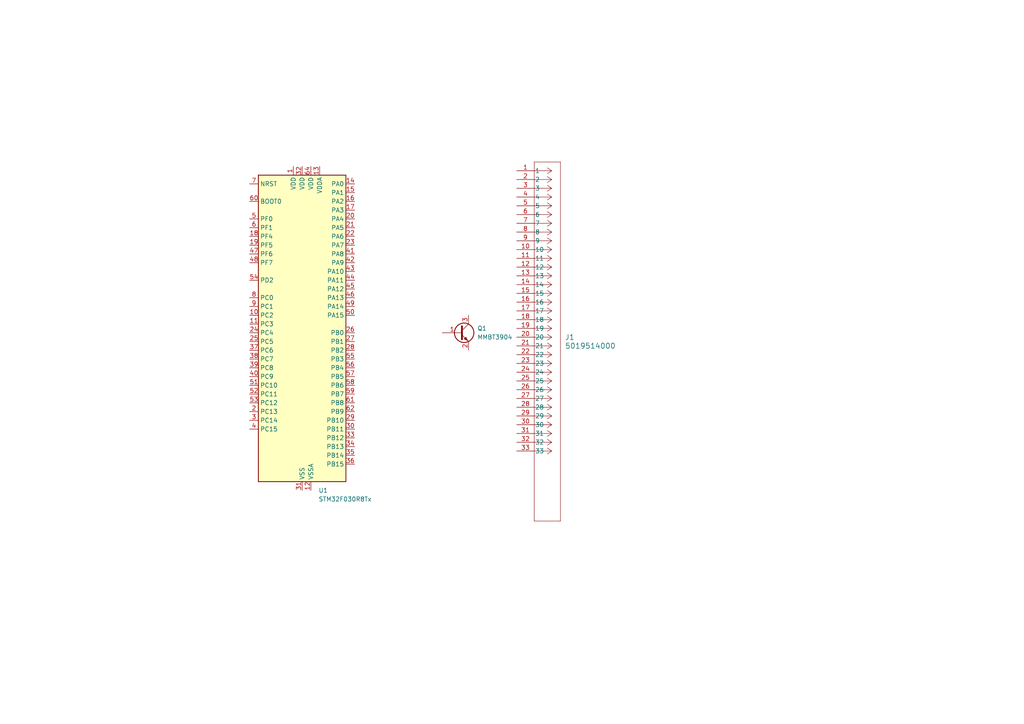
<source format=kicad_sch>
(kicad_sch (version 20230121) (generator eeschema)
  (paper "A4")
  (lib_symbols
    (symbol "Custom_Symbol_Lib:5019514000" (pin_names (offset 0.254))
      (property "Reference" "J" (at 8.89 6.35 0))
      (property "Value" "5019514000" (at 20.32 -6.35 0))
      (symbol "5019514000_1_1"
        (polyline (pts (xy 5.08 -101.6) (xy 12.7 -101.6)) (stroke (width 0.127)))
        (polyline (pts (xy 5.08 2.54) (xy 5.08 -101.6)) (stroke (width 0.127)))
        (polyline (pts (xy 10.16 -81.28) (xy 5.08 -81.28)) (stroke (width 0.127)))
        (polyline (pts (xy 10.16 -81.28) (xy 8.89 -82.1267)) (stroke (width 0.127)))
        (polyline (pts (xy 10.16 -81.28) (xy 8.89 -80.4333)) (stroke (width 0.127)))
        (polyline (pts (xy 10.16 -78.74) (xy 5.08 -78.74)) (stroke (width 0.127)))
        (polyline (pts (xy 10.16 -78.74) (xy 8.89 -79.5867)) (stroke (width 0.127)))
        (polyline (pts (xy 10.16 -78.74) (xy 8.89 -77.8933)) (stroke (width 0.127)))
        (polyline (pts (xy 10.16 -76.2) (xy 5.08 -76.2)) (stroke (width 0.127)))
        (polyline (pts (xy 10.16 -76.2) (xy 8.89 -77.0467)) (stroke (width 0.127)))
        (polyline (pts (xy 10.16 -76.2) (xy 8.89 -75.3533)) (stroke (width 0.127)))
        (polyline (pts (xy 10.16 -73.66) (xy 5.08 -73.66)) (stroke (width 0.127)))
        (polyline (pts (xy 10.16 -73.66) (xy 8.89 -74.5067)) (stroke (width 0.127)))
        (polyline (pts (xy 10.16 -73.66) (xy 8.89 -72.8133)) (stroke (width 0.127)))
        (polyline (pts (xy 10.16 -71.12) (xy 5.08 -71.12)) (stroke (width 0.127)))
        (polyline (pts (xy 10.16 -71.12) (xy 8.89 -71.9667)) (stroke (width 0.127)))
        (polyline (pts (xy 10.16 -71.12) (xy 8.89 -70.2733)) (stroke (width 0.127)))
        (polyline (pts (xy 10.16 -68.58) (xy 5.08 -68.58)) (stroke (width 0.127)))
        (polyline (pts (xy 10.16 -68.58) (xy 8.89 -69.4267)) (stroke (width 0.127)))
        (polyline (pts (xy 10.16 -68.58) (xy 8.89 -67.7333)) (stroke (width 0.127)))
        (polyline (pts (xy 10.16 -66.04) (xy 5.08 -66.04)) (stroke (width 0.127)))
        (polyline (pts (xy 10.16 -66.04) (xy 8.89 -66.8867)) (stroke (width 0.127)))
        (polyline (pts (xy 10.16 -66.04) (xy 8.89 -65.1933)) (stroke (width 0.127)))
        (polyline (pts (xy 10.16 -63.5) (xy 5.08 -63.5)) (stroke (width 0.127)))
        (polyline (pts (xy 10.16 -63.5) (xy 8.89 -64.3467)) (stroke (width 0.127)))
        (polyline (pts (xy 10.16 -63.5) (xy 8.89 -62.6533)) (stroke (width 0.127)))
        (polyline (pts (xy 10.16 -60.96) (xy 5.08 -60.96)) (stroke (width 0.127)))
        (polyline (pts (xy 10.16 -60.96) (xy 8.89 -61.8067)) (stroke (width 0.127)))
        (polyline (pts (xy 10.16 -60.96) (xy 8.89 -60.1133)) (stroke (width 0.127)))
        (polyline (pts (xy 10.16 -58.42) (xy 5.08 -58.42)) (stroke (width 0.127)))
        (polyline (pts (xy 10.16 -58.42) (xy 8.89 -59.2667)) (stroke (width 0.127)))
        (polyline (pts (xy 10.16 -58.42) (xy 8.89 -57.5733)) (stroke (width 0.127)))
        (polyline (pts (xy 10.16 -55.88) (xy 5.08 -55.88)) (stroke (width 0.127)))
        (polyline (pts (xy 10.16 -55.88) (xy 8.89 -56.7267)) (stroke (width 0.127)))
        (polyline (pts (xy 10.16 -55.88) (xy 8.89 -55.0333)) (stroke (width 0.127)))
        (polyline (pts (xy 10.16 -53.34) (xy 5.08 -53.34)) (stroke (width 0.127)))
        (polyline (pts (xy 10.16 -53.34) (xy 8.89 -54.1867)) (stroke (width 0.127)))
        (polyline (pts (xy 10.16 -53.34) (xy 8.89 -52.4933)) (stroke (width 0.127)))
        (polyline (pts (xy 10.16 -50.8) (xy 5.08 -50.8)) (stroke (width 0.127)))
        (polyline (pts (xy 10.16 -50.8) (xy 8.89 -51.6467)) (stroke (width 0.127)))
        (polyline (pts (xy 10.16 -50.8) (xy 8.89 -49.9533)) (stroke (width 0.127)))
        (polyline (pts (xy 10.16 -48.26) (xy 5.08 -48.26)) (stroke (width 0.127)))
        (polyline (pts (xy 10.16 -48.26) (xy 8.89 -49.1067)) (stroke (width 0.127)))
        (polyline (pts (xy 10.16 -48.26) (xy 8.89 -47.4133)) (stroke (width 0.127)))
        (polyline (pts (xy 10.16 -45.72) (xy 5.08 -45.72)) (stroke (width 0.127)))
        (polyline (pts (xy 10.16 -45.72) (xy 8.89 -46.5667)) (stroke (width 0.127)))
        (polyline (pts (xy 10.16 -45.72) (xy 8.89 -44.8733)) (stroke (width 0.127)))
        (polyline (pts (xy 10.16 -43.18) (xy 5.08 -43.18)) (stroke (width 0.127)))
        (polyline (pts (xy 10.16 -43.18) (xy 8.89 -44.0267)) (stroke (width 0.127)))
        (polyline (pts (xy 10.16 -43.18) (xy 8.89 -42.3333)) (stroke (width 0.127)))
        (polyline (pts (xy 10.16 -40.64) (xy 5.08 -40.64)) (stroke (width 0.127)))
        (polyline (pts (xy 10.16 -40.64) (xy 8.89 -41.4867)) (stroke (width 0.127)))
        (polyline (pts (xy 10.16 -40.64) (xy 8.89 -39.7933)) (stroke (width 0.127)))
        (polyline (pts (xy 10.16 -38.1) (xy 5.08 -38.1)) (stroke (width 0.127)))
        (polyline (pts (xy 10.16 -38.1) (xy 8.89 -38.9467)) (stroke (width 0.127)))
        (polyline (pts (xy 10.16 -38.1) (xy 8.89 -37.2533)) (stroke (width 0.127)))
        (polyline (pts (xy 10.16 -35.56) (xy 5.08 -35.56)) (stroke (width 0.127)))
        (polyline (pts (xy 10.16 -35.56) (xy 8.89 -36.4067)) (stroke (width 0.127)))
        (polyline (pts (xy 10.16 -35.56) (xy 8.89 -34.7133)) (stroke (width 0.127)))
        (polyline (pts (xy 10.16 -33.02) (xy 5.08 -33.02)) (stroke (width 0.127)))
        (polyline (pts (xy 10.16 -33.02) (xy 8.89 -33.8667)) (stroke (width 0.127)))
        (polyline (pts (xy 10.16 -33.02) (xy 8.89 -32.1733)) (stroke (width 0.127)))
        (polyline (pts (xy 10.16 -30.48) (xy 5.08 -30.48)) (stroke (width 0.127)))
        (polyline (pts (xy 10.16 -30.48) (xy 8.89 -31.3267)) (stroke (width 0.127)))
        (polyline (pts (xy 10.16 -30.48) (xy 8.89 -29.6333)) (stroke (width 0.127)))
        (polyline (pts (xy 10.16 -27.94) (xy 5.08 -27.94)) (stroke (width 0.127)))
        (polyline (pts (xy 10.16 -27.94) (xy 8.89 -28.7867)) (stroke (width 0.127)))
        (polyline (pts (xy 10.16 -27.94) (xy 8.89 -27.0933)) (stroke (width 0.127)))
        (polyline (pts (xy 10.16 -25.4) (xy 5.08 -25.4)) (stroke (width 0.127)))
        (polyline (pts (xy 10.16 -25.4) (xy 8.89 -26.2467)) (stroke (width 0.127)))
        (polyline (pts (xy 10.16 -25.4) (xy 8.89 -24.5533)) (stroke (width 0.127)))
        (polyline (pts (xy 10.16 -22.86) (xy 5.08 -22.86)) (stroke (width 0.127)))
        (polyline (pts (xy 10.16 -22.86) (xy 8.89 -23.7067)) (stroke (width 0.127)))
        (polyline (pts (xy 10.16 -22.86) (xy 8.89 -22.0133)) (stroke (width 0.127)))
        (polyline (pts (xy 10.16 -20.32) (xy 5.08 -20.32)) (stroke (width 0.127)))
        (polyline (pts (xy 10.16 -20.32) (xy 8.89 -21.1667)) (stroke (width 0.127)))
        (polyline (pts (xy 10.16 -20.32) (xy 8.89 -19.4733)) (stroke (width 0.127)))
        (polyline (pts (xy 10.16 -17.78) (xy 5.08 -17.78)) (stroke (width 0.127)))
        (polyline (pts (xy 10.16 -17.78) (xy 8.89 -18.6267)) (stroke (width 0.127)))
        (polyline (pts (xy 10.16 -17.78) (xy 8.89 -16.9333)) (stroke (width 0.127)))
        (polyline (pts (xy 10.16 -15.24) (xy 5.08 -15.24)) (stroke (width 0.127)))
        (polyline (pts (xy 10.16 -15.24) (xy 8.89 -16.0867)) (stroke (width 0.127)))
        (polyline (pts (xy 10.16 -15.24) (xy 8.89 -14.3933)) (stroke (width 0.127)))
        (polyline (pts (xy 10.16 -12.7) (xy 5.08 -12.7)) (stroke (width 0.127)))
        (polyline (pts (xy 10.16 -12.7) (xy 8.89 -13.5467)) (stroke (width 0.127)))
        (polyline (pts (xy 10.16 -12.7) (xy 8.89 -11.8533)) (stroke (width 0.127)))
        (polyline (pts (xy 10.16 -10.16) (xy 5.08 -10.16)) (stroke (width 0.127)))
        (polyline (pts (xy 10.16 -10.16) (xy 8.89 -11.0067)) (stroke (width 0.127)))
        (polyline (pts (xy 10.16 -10.16) (xy 8.89 -9.3133)) (stroke (width 0.127)))
        (polyline (pts (xy 10.16 -7.62) (xy 5.08 -7.62)) (stroke (width 0.127)))
        (polyline (pts (xy 10.16 -7.62) (xy 8.89 -8.4667)) (stroke (width 0.127)))
        (polyline (pts (xy 10.16 -7.62) (xy 8.89 -6.7733)) (stroke (width 0.127)))
        (polyline (pts (xy 10.16 -5.08) (xy 5.08 -5.08)) (stroke (width 0.127)))
        (polyline (pts (xy 10.16 -5.08) (xy 8.89 -5.9267)) (stroke (width 0.127)))
        (polyline (pts (xy 10.16 -5.08) (xy 8.89 -4.2333)) (stroke (width 0.127)))
        (polyline (pts (xy 10.16 -2.54) (xy 5.08 -2.54)) (stroke (width 0.127)))
        (polyline (pts (xy 10.16 -2.54) (xy 8.89 -3.3867)) (stroke (width 0.127)))
        (polyline (pts (xy 10.16 -2.54) (xy 8.89 -1.6933)) (stroke (width 0.127)))
        (polyline (pts (xy 10.16 0) (xy 5.08 0)) (stroke (width 0.127)))
        (polyline (pts (xy 10.16 0) (xy 8.89 -0.8467)) (stroke (width 0.127)))
        (polyline (pts (xy 10.16 0) (xy 8.89 0.8467)) (stroke (width 0.127)))
        (polyline (pts (xy 12.7 -101.6) (xy 12.7 2.54)) (stroke (width 0.127)))
        (polyline (pts (xy 12.7 2.54) (xy 5.08 2.54)) (stroke (width 0.127)))
        (pin unspecified line (at 0 0 0) (length 5.08) (name "1") (number "1"))
        (pin unspecified line (at 0 -22.86 0) (length 5.08) (name "10") (number "10"))
        (pin unspecified line (at 0 -25.4 0) (length 5.08) (name "11") (number "11"))
        (pin unspecified line (at 0 -27.94 0) (length 5.08) (name "12") (number "12"))
        (pin unspecified line (at 0 -30.48 0) (length 5.08) (name "13") (number "13"))
        (pin unspecified line (at 0 -33.02 0) (length 5.08) (name "14") (number "14"))
        (pin unspecified line (at 0 -35.56 0) (length 5.08) (name "15") (number "15"))
        (pin unspecified line (at 0 -38.1 0) (length 5.08) (name "16") (number "16"))
        (pin unspecified line (at 0 -40.64 0) (length 5.08) (name "17") (number "17"))
        (pin unspecified line (at 0 -43.18 0) (length 5.08) (name "18") (number "18"))
        (pin unspecified line (at 0 -45.72 0) (length 5.08) (name "19") (number "19"))
        (pin unspecified line (at 0 -2.54 0) (length 5.08) (name "2") (number "2"))
        (pin unspecified line (at 0 -48.26 0) (length 5.08) (name "20") (number "20"))
        (pin unspecified line (at 0 -50.8 0) (length 5.08) (name "21") (number "21"))
        (pin unspecified line (at 0 -53.34 0) (length 5.08) (name "22") (number "22"))
        (pin unspecified line (at 0 -55.88 0) (length 5.08) (name "23") (number "23"))
        (pin unspecified line (at 0 -58.42 0) (length 5.08) (name "24") (number "24"))
        (pin unspecified line (at 0 -60.96 0) (length 5.08) (name "25") (number "25"))
        (pin unspecified line (at 0 -63.5 0) (length 5.08) (name "26") (number "26"))
        (pin unspecified line (at 0 -66.04 0) (length 5.08) (name "27") (number "27"))
        (pin unspecified line (at 0 -68.58 0) (length 5.08) (name "28") (number "28"))
        (pin unspecified line (at 0 -71.12 0) (length 5.08) (name "29") (number "29"))
        (pin unspecified line (at 0 -5.08 0) (length 5.08) (name "3") (number "3"))
        (pin unspecified line (at 0 -73.66 0) (length 5.08) (name "30") (number "30"))
        (pin unspecified line (at 0 -76.2 0) (length 5.08) (name "31") (number "31"))
        (pin unspecified line (at 0 -78.74 0) (length 5.08) (name "32") (number "32"))
        (pin unspecified line (at 0 -81.28 0) (length 5.08) (name "33") (number "33"))
        (pin unspecified line (at 0 -7.62 0) (length 5.08) (name "4") (number "4"))
        (pin unspecified line (at 0 -10.16 0) (length 5.08) (name "5") (number "5"))
        (pin unspecified line (at 0 -12.7 0) (length 5.08) (name "6") (number "6"))
        (pin unspecified line (at 0 -15.24 0) (length 5.08) (name "7") (number "7"))
        (pin unspecified line (at 0 -17.78 0) (length 5.08) (name "8") (number "8"))
        (pin unspecified line (at 0 -20.32 0) (length 5.08) (name "9") (number "9"))
      )
      (symbol "5019514000_1_2"
        (polyline (pts (xy 5.08 -101.6) (xy 12.7 -101.6)) (stroke (width 0.127)))
        (polyline (pts (xy 5.08 2.54) (xy 5.08 -101.6)) (stroke (width 0.127)))
        (polyline (pts (xy 7.62 -99.06) (xy 5.08 -99.06)) (stroke (width 0.127)))
        (polyline (pts (xy 7.62 -99.06) (xy 8.89 -99.9067)) (stroke (width 0.127)))
        (polyline (pts (xy 7.62 -99.06) (xy 8.89 -98.2133)) (stroke (width 0.127)))
        (polyline (pts (xy 7.62 -96.52) (xy 5.08 -96.52)) (stroke (width 0.127)))
        (polyline (pts (xy 7.62 -96.52) (xy 8.89 -97.3667)) (stroke (width 0.127)))
        (polyline (pts (xy 7.62 -96.52) (xy 8.89 -95.6733)) (stroke (width 0.127)))
        (polyline (pts (xy 7.62 -93.98) (xy 5.08 -93.98)) (stroke (width 0.127)))
        (polyline (pts (xy 7.62 -93.98) (xy 8.89 -94.8267)) (stroke (width 0.127)))
        (polyline (pts (xy 7.62 -93.98) (xy 8.89 -93.1333)) (stroke (width 0.127)))
        (polyline (pts (xy 7.62 -91.44) (xy 5.08 -91.44)) (stroke (width 0.127)))
        (polyline (pts (xy 7.62 -91.44) (xy 8.89 -92.2867)) (stroke (width 0.127)))
        (polyline (pts (xy 7.62 -91.44) (xy 8.89 -90.5933)) (stroke (width 0.127)))
        (polyline (pts (xy 7.62 -88.9) (xy 5.08 -88.9)) (stroke (width 0.127)))
        (polyline (pts (xy 7.62 -88.9) (xy 8.89 -89.7467)) (stroke (width 0.127)))
        (polyline (pts (xy 7.62 -88.9) (xy 8.89 -88.0533)) (stroke (width 0.127)))
        (polyline (pts (xy 7.62 -86.36) (xy 5.08 -86.36)) (stroke (width 0.127)))
        (polyline (pts (xy 7.62 -86.36) (xy 8.89 -87.2067)) (stroke (width 0.127)))
        (polyline (pts (xy 7.62 -86.36) (xy 8.89 -85.5133)) (stroke (width 0.127)))
        (polyline (pts (xy 7.62 -83.82) (xy 5.08 -83.82)) (stroke (width 0.127)))
        (polyline (pts (xy 7.62 -83.82) (xy 8.89 -84.6667)) (stroke (width 0.127)))
        (polyline (pts (xy 7.62 -83.82) (xy 8.89 -82.9733)) (stroke (width 0.127)))
        (polyline (pts (xy 7.62 -81.28) (xy 5.08 -81.28)) (stroke (width 0.127)))
        (polyline (pts (xy 7.62 -81.28) (xy 8.89 -82.1267)) (stroke (width 0.127)))
        (polyline (pts (xy 7.62 -81.28) (xy 8.89 -80.4333)) (stroke (width 0.127)))
        (polyline (pts (xy 7.62 -78.74) (xy 5.08 -78.74)) (stroke (width 0.127)))
        (polyline (pts (xy 7.62 -78.74) (xy 8.89 -79.5867)) (stroke (width 0.127)))
        (polyline (pts (xy 7.62 -78.74) (xy 8.89 -77.8933)) (stroke (width 0.127)))
        (polyline (pts (xy 7.62 -76.2) (xy 5.08 -76.2)) (stroke (width 0.127)))
        (polyline (pts (xy 7.62 -76.2) (xy 8.89 -77.0467)) (stroke (width 0.127)))
        (polyline (pts (xy 7.62 -76.2) (xy 8.89 -75.3533)) (stroke (width 0.127)))
        (polyline (pts (xy 7.62 -73.66) (xy 5.08 -73.66)) (stroke (width 0.127)))
        (polyline (pts (xy 7.62 -73.66) (xy 8.89 -74.5067)) (stroke (width 0.127)))
        (polyline (pts (xy 7.62 -73.66) (xy 8.89 -72.8133)) (stroke (width 0.127)))
        (polyline (pts (xy 7.62 -71.12) (xy 5.08 -71.12)) (stroke (width 0.127)))
        (polyline (pts (xy 7.62 -71.12) (xy 8.89 -71.9667)) (stroke (width 0.127)))
        (polyline (pts (xy 7.62 -71.12) (xy 8.89 -70.2733)) (stroke (width 0.127)))
        (polyline (pts (xy 7.62 -68.58) (xy 5.08 -68.58)) (stroke (width 0.127)))
        (polyline (pts (xy 7.62 -68.58) (xy 8.89 -69.4267)) (stroke (width 0.127)))
        (polyline (pts (xy 7.62 -68.58) (xy 8.89 -67.7333)) (stroke (width 0.127)))
        (polyline (pts (xy 7.62 -66.04) (xy 5.08 -66.04)) (stroke (width 0.127)))
        (polyline (pts (xy 7.62 -66.04) (xy 8.89 -66.8867)) (stroke (width 0.127)))
        (polyline (pts (xy 7.62 -66.04) (xy 8.89 -65.1933)) (stroke (width 0.127)))
        (polyline (pts (xy 7.62 -63.5) (xy 5.08 -63.5)) (stroke (width 0.127)))
        (polyline (pts (xy 7.62 -63.5) (xy 8.89 -64.3467)) (stroke (width 0.127)))
        (polyline (pts (xy 7.62 -63.5) (xy 8.89 -62.6533)) (stroke (width 0.127)))
        (polyline (pts (xy 7.62 -60.96) (xy 5.08 -60.96)) (stroke (width 0.127)))
        (polyline (pts (xy 7.62 -60.96) (xy 8.89 -61.8067)) (stroke (width 0.127)))
        (polyline (pts (xy 7.62 -60.96) (xy 8.89 -60.1133)) (stroke (width 0.127)))
        (polyline (pts (xy 7.62 -58.42) (xy 5.08 -58.42)) (stroke (width 0.127)))
        (polyline (pts (xy 7.62 -58.42) (xy 8.89 -59.2667)) (stroke (width 0.127)))
        (polyline (pts (xy 7.62 -58.42) (xy 8.89 -57.5733)) (stroke (width 0.127)))
        (polyline (pts (xy 7.62 -55.88) (xy 5.08 -55.88)) (stroke (width 0.127)))
        (polyline (pts (xy 7.62 -55.88) (xy 8.89 -56.7267)) (stroke (width 0.127)))
        (polyline (pts (xy 7.62 -55.88) (xy 8.89 -55.0333)) (stroke (width 0.127)))
        (polyline (pts (xy 7.62 -53.34) (xy 5.08 -53.34)) (stroke (width 0.127)))
        (polyline (pts (xy 7.62 -53.34) (xy 8.89 -54.1867)) (stroke (width 0.127)))
        (polyline (pts (xy 7.62 -53.34) (xy 8.89 -52.4933)) (stroke (width 0.127)))
        (polyline (pts (xy 7.62 -50.8) (xy 5.08 -50.8)) (stroke (width 0.127)))
        (polyline (pts (xy 7.62 -50.8) (xy 8.89 -51.6467)) (stroke (width 0.127)))
        (polyline (pts (xy 7.62 -50.8) (xy 8.89 -49.9533)) (stroke (width 0.127)))
        (polyline (pts (xy 7.62 -48.26) (xy 5.08 -48.26)) (stroke (width 0.127)))
        (polyline (pts (xy 7.62 -48.26) (xy 8.89 -49.1067)) (stroke (width 0.127)))
        (polyline (pts (xy 7.62 -48.26) (xy 8.89 -47.4133)) (stroke (width 0.127)))
        (polyline (pts (xy 7.62 -45.72) (xy 5.08 -45.72)) (stroke (width 0.127)))
        (polyline (pts (xy 7.62 -45.72) (xy 8.89 -46.5667)) (stroke (width 0.127)))
        (polyline (pts (xy 7.62 -45.72) (xy 8.89 -44.8733)) (stroke (width 0.127)))
        (polyline (pts (xy 7.62 -43.18) (xy 5.08 -43.18)) (stroke (width 0.127)))
        (polyline (pts (xy 7.62 -43.18) (xy 8.89 -44.0267)) (stroke (width 0.127)))
        (polyline (pts (xy 7.62 -43.18) (xy 8.89 -42.3333)) (stroke (width 0.127)))
        (polyline (pts (xy 7.62 -40.64) (xy 5.08 -40.64)) (stroke (width 0.127)))
        (polyline (pts (xy 7.62 -40.64) (xy 8.89 -41.4867)) (stroke (width 0.127)))
        (polyline (pts (xy 7.62 -40.64) (xy 8.89 -39.7933)) (stroke (width 0.127)))
        (polyline (pts (xy 7.62 -38.1) (xy 5.08 -38.1)) (stroke (width 0.127)))
        (polyline (pts (xy 7.62 -38.1) (xy 8.89 -38.9467)) (stroke (width 0.127)))
        (polyline (pts (xy 7.62 -38.1) (xy 8.89 -37.2533)) (stroke (width 0.127)))
        (polyline (pts (xy 7.62 -35.56) (xy 5.08 -35.56)) (stroke (width 0.127)))
        (polyline (pts (xy 7.62 -35.56) (xy 8.89 -36.4067)) (stroke (width 0.127)))
        (polyline (pts (xy 7.62 -35.56) (xy 8.89 -34.7133)) (stroke (width 0.127)))
        (polyline (pts (xy 7.62 -33.02) (xy 5.08 -33.02)) (stroke (width 0.127)))
        (polyline (pts (xy 7.62 -33.02) (xy 8.89 -33.8667)) (stroke (width 0.127)))
        (polyline (pts (xy 7.62 -33.02) (xy 8.89 -32.1733)) (stroke (width 0.127)))
        (polyline (pts (xy 7.62 -30.48) (xy 5.08 -30.48)) (stroke (width 0.127)))
        (polyline (pts (xy 7.62 -30.48) (xy 8.89 -31.3267)) (stroke (width 0.127)))
        (polyline (pts (xy 7.62 -30.48) (xy 8.89 -29.6333)) (stroke (width 0.127)))
        (polyline (pts (xy 7.62 -27.94) (xy 5.08 -27.94)) (stroke (width 0.127)))
        (polyline (pts (xy 7.62 -27.94) (xy 8.89 -28.7867)) (stroke (width 0.127)))
        (polyline (pts (xy 7.62 -27.94) (xy 8.89 -27.0933)) (stroke (width 0.127)))
        (polyline (pts (xy 7.62 -25.4) (xy 5.08 -25.4)) (stroke (width 0.127)))
        (polyline (pts (xy 7.62 -25.4) (xy 8.89 -26.2467)) (stroke (width 0.127)))
        (polyline (pts (xy 7.62 -25.4) (xy 8.89 -24.5533)) (stroke (width 0.127)))
        (polyline (pts (xy 7.62 -22.86) (xy 5.08 -22.86)) (stroke (width 0.127)))
        (polyline (pts (xy 7.62 -22.86) (xy 8.89 -23.7067)) (stroke (width 0.127)))
        (polyline (pts (xy 7.62 -22.86) (xy 8.89 -22.0133)) (stroke (width 0.127)))
        (polyline (pts (xy 7.62 -20.32) (xy 5.08 -20.32)) (stroke (width 0.127)))
        (polyline (pts (xy 7.62 -20.32) (xy 8.89 -21.1667)) (stroke (width 0.127)))
        (polyline (pts (xy 7.62 -20.32) (xy 8.89 -19.4733)) (stroke (width 0.127)))
        (polyline (pts (xy 7.62 -17.78) (xy 5.08 -17.78)) (stroke (width 0.127)))
        (polyline (pts (xy 7.62 -17.78) (xy 8.89 -18.6267)) (stroke (width 0.127)))
        (polyline (pts (xy 7.62 -17.78) (xy 8.89 -16.9333)) (stroke (width 0.127)))
        (polyline (pts (xy 7.62 -15.24) (xy 5.08 -15.24)) (stroke (width 0.127)))
        (polyline (pts (xy 7.62 -15.24) (xy 8.89 -16.0867)) (stroke (width 0.127)))
        (polyline (pts (xy 7.62 -15.24) (xy 8.89 -14.3933)) (stroke (width 0.127)))
        (polyline (pts (xy 7.62 -12.7) (xy 5.08 -12.7)) (stroke (width 0.127)))
        (polyline (pts (xy 7.62 -12.7) (xy 8.89 -13.5467)) (stroke (width 0.127)))
        (polyline (pts (xy 7.62 -12.7) (xy 8.89 -11.8533)) (stroke (width 0.127)))
        (polyline (pts (xy 7.62 -10.16) (xy 5.08 -10.16)) (stroke (width 0.127)))
        (polyline (pts (xy 7.62 -10.16) (xy 8.89 -11.0067)) (stroke (width 0.127)))
        (polyline (pts (xy 7.62 -10.16) (xy 8.89 -9.3133)) (stroke (width 0.127)))
        (polyline (pts (xy 7.62 -7.62) (xy 5.08 -7.62)) (stroke (width 0.127)))
        (polyline (pts (xy 7.62 -7.62) (xy 8.89 -8.4667)) (stroke (width 0.127)))
        (polyline (pts (xy 7.62 -7.62) (xy 8.89 -6.7733)) (stroke (width 0.127)))
        (polyline (pts (xy 7.62 -5.08) (xy 5.08 -5.08)) (stroke (width 0.127)))
        (polyline (pts (xy 7.62 -5.08) (xy 8.89 -5.9267)) (stroke (width 0.127)))
        (polyline (pts (xy 7.62 -5.08) (xy 8.89 -4.2333)) (stroke (width 0.127)))
        (polyline (pts (xy 7.62 -2.54) (xy 5.08 -2.54)) (stroke (width 0.127)))
        (polyline (pts (xy 7.62 -2.54) (xy 8.89 -3.3867)) (stroke (width 0.127)))
        (polyline (pts (xy 7.62 -2.54) (xy 8.89 -1.6933)) (stroke (width 0.127)))
        (polyline (pts (xy 7.62 0) (xy 5.08 0)) (stroke (width 0.127)))
        (polyline (pts (xy 7.62 0) (xy 8.89 -0.8467)) (stroke (width 0.127)))
        (polyline (pts (xy 7.62 0) (xy 8.89 0.8467)) (stroke (width 0.127)))
        (polyline (pts (xy 12.7 -101.6) (xy 12.7 2.54)) (stroke (width 0.127)))
        (polyline (pts (xy 12.7 2.54) (xy 5.08 2.54)) (stroke (width 0.127)))
        (pin unspecified line (at 0 0 0) (length 5.08) (name "1") (number "1"))
        (pin unspecified line (at 0 -22.86 0) (length 5.08) (name "10") (number "10"))
        (pin unspecified line (at 0 -25.4 0) (length 5.08) (name "11") (number "11"))
        (pin unspecified line (at 0 -27.94 0) (length 5.08) (name "12") (number "12"))
        (pin unspecified line (at 0 -30.48 0) (length 5.08) (name "13") (number "13"))
        (pin unspecified line (at 0 -33.02 0) (length 5.08) (name "14") (number "14"))
        (pin unspecified line (at 0 -35.56 0) (length 5.08) (name "15") (number "15"))
        (pin unspecified line (at 0 -38.1 0) (length 5.08) (name "16") (number "16"))
        (pin unspecified line (at 0 -40.64 0) (length 5.08) (name "17") (number "17"))
        (pin unspecified line (at 0 -43.18 0) (length 5.08) (name "18") (number "18"))
        (pin unspecified line (at 0 -45.72 0) (length 5.08) (name "19") (number "19"))
        (pin unspecified line (at 0 -2.54 0) (length 5.08) (name "2") (number "2"))
        (pin unspecified line (at 0 -48.26 0) (length 5.08) (name "20") (number "20"))
        (pin unspecified line (at 0 -50.8 0) (length 5.08) (name "21") (number "21"))
        (pin unspecified line (at 0 -53.34 0) (length 5.08) (name "22") (number "22"))
        (pin unspecified line (at 0 -55.88 0) (length 5.08) (name "23") (number "23"))
        (pin unspecified line (at 0 -58.42 0) (length 5.08) (name "24") (number "24"))
        (pin unspecified line (at 0 -60.96 0) (length 5.08) (name "25") (number "25"))
        (pin unspecified line (at 0 -63.5 0) (length 5.08) (name "26") (number "26"))
        (pin unspecified line (at 0 -66.04 0) (length 5.08) (name "27") (number "27"))
        (pin unspecified line (at 0 -68.58 0) (length 5.08) (name "28") (number "28"))
        (pin unspecified line (at 0 -71.12 0) (length 5.08) (name "29") (number "29"))
        (pin unspecified line (at 0 -5.08 0) (length 5.08) (name "3") (number "3"))
        (pin unspecified line (at 0 -73.66 0) (length 5.08) (name "30") (number "30"))
        (pin unspecified line (at 0 -76.2 0) (length 5.08) (name "31") (number "31"))
        (pin unspecified line (at 0 -78.74 0) (length 5.08) (name "32") (number "32"))
        (pin unspecified line (at 0 -81.28 0) (length 5.08) (name "33") (number "33"))
        (pin unspecified line (at 0 -83.82 0) (length 5.08) (name "34") (number "34"))
        (pin unspecified line (at 0 -86.36 0) (length 5.08) (name "35") (number "35"))
        (pin unspecified line (at 0 -88.9 0) (length 5.08) (name "36") (number "36"))
        (pin unspecified line (at 0 -91.44 0) (length 5.08) (name "37") (number "37"))
        (pin unspecified line (at 0 -93.98 0) (length 5.08) (name "38") (number "38"))
        (pin unspecified line (at 0 -96.52 0) (length 5.08) (name "39") (number "39"))
        (pin unspecified line (at 0 -7.62 0) (length 5.08) (name "4") (number "4"))
        (pin unspecified line (at 0 -99.06 0) (length 5.08) (name "40") (number "40"))
        (pin unspecified line (at 0 -10.16 0) (length 5.08) (name "5") (number "5"))
        (pin unspecified line (at 0 -12.7 0) (length 5.08) (name "6") (number "6"))
        (pin unspecified line (at 0 -15.24 0) (length 5.08) (name "7") (number "7"))
        (pin unspecified line (at 0 -17.78 0) (length 5.08) (name "8") (number "8"))
        (pin unspecified line (at 0 -20.32 0) (length 5.08) (name "9") (number "9"))
      )
    )
    (symbol "MCU_ST_STM32F0:STM32F030R8Tx"
      (property "Reference" "U" (at -12.7 46.99 0))
      (property "Value" "STM32F030R8Tx" (at 7.62 46.99 0))
      (symbol "STM32F030R8Tx_0_1"
        (rectangle (start -12.7 -43.18) (end 12.7 45.72) (stroke (width 0.254)) (fill (type background)))
      )
      (symbol "STM32F030R8Tx_1_1"
        (pin power_in line (at -2.54 48.26 270) (length 2.54) (name "VDD") (number "1"))
        (pin bidirectional line (at -15.24 5.08 0) (length 2.54) (name "PC2") (number "10"))
        (pin bidirectional line (at -15.24 2.54 0) (length 2.54) (name "PC3") (number "11"))
        (pin power_in line (at 2.54 -45.72 90) (length 2.54) (name "VSSA") (number "12"))
        (pin power_in line (at 5.08 48.26 270) (length 2.54) (name "VDDA") (number "13"))
        (pin bidirectional line (at 15.24 43.18 180) (length 2.54) (name "PA0") (number "14"))
        (pin bidirectional line (at 15.24 40.64 180) (length 2.54) (name "PA1") (number "15"))
        (pin bidirectional line (at 15.24 38.1 180) (length 2.54) (name "PA2") (number "16"))
        (pin bidirectional line (at 15.24 35.56 180) (length 2.54) (name "PA3") (number "17"))
        (pin bidirectional line (at -15.24 27.94 0) (length 2.54) (name "PF4") (number "18"))
        (pin bidirectional line (at -15.24 25.4 0) (length 2.54) (name "PF5") (number "19"))
        (pin bidirectional line (at -15.24 -22.86 0) (length 2.54) (name "PC13") (number "2"))
        (pin bidirectional line (at 15.24 33.02 180) (length 2.54) (name "PA4") (number "20"))
        (pin bidirectional line (at 15.24 30.48 180) (length 2.54) (name "PA5") (number "21"))
        (pin bidirectional line (at 15.24 27.94 180) (length 2.54) (name "PA6") (number "22"))
        (pin bidirectional line (at 15.24 25.4 180) (length 2.54) (name "PA7") (number "23"))
        (pin bidirectional line (at -15.24 0 0) (length 2.54) (name "PC4") (number "24"))
        (pin bidirectional line (at -15.24 -2.54 0) (length 2.54) (name "PC5") (number "25"))
        (pin bidirectional line (at 15.24 0 180) (length 2.54) (name "PB0") (number "26"))
        (pin bidirectional line (at 15.24 -2.54 180) (length 2.54) (name "PB1") (number "27"))
        (pin bidirectional line (at 15.24 -5.08 180) (length 2.54) (name "PB2") (number "28"))
        (pin bidirectional line (at 15.24 -25.4 180) (length 2.54) (name "PB10") (number "29"))
        (pin bidirectional line (at -15.24 -25.4 0) (length 2.54) (name "PC14") (number "3"))
        (pin bidirectional line (at 15.24 -27.94 180) (length 2.54) (name "PB11") (number "30"))
        (pin power_in line (at 0 -45.72 90) (length 2.54) (name "VSS") (number "31"))
        (pin power_in line (at 0 48.26 270) (length 2.54) (name "VDD") (number "32"))
        (pin bidirectional line (at 15.24 -30.48 180) (length 2.54) (name "PB12") (number "33"))
        (pin bidirectional line (at 15.24 -33.02 180) (length 2.54) (name "PB13") (number "34"))
        (pin bidirectional line (at 15.24 -35.56 180) (length 2.54) (name "PB14") (number "35"))
        (pin bidirectional line (at 15.24 -38.1 180) (length 2.54) (name "PB15") (number "36"))
        (pin bidirectional line (at -15.24 -5.08 0) (length 2.54) (name "PC6") (number "37"))
        (pin bidirectional line (at -15.24 -7.62 0) (length 2.54) (name "PC7") (number "38"))
        (pin bidirectional line (at -15.24 -10.16 0) (length 2.54) (name "PC8") (number "39"))
        (pin bidirectional line (at -15.24 -27.94 0) (length 2.54) (name "PC15") (number "4"))
        (pin bidirectional line (at -15.24 -12.7 0) (length 2.54) (name "PC9") (number "40"))
        (pin bidirectional line (at 15.24 22.86 180) (length 2.54) (name "PA8") (number "41"))
        (pin bidirectional line (at 15.24 20.32 180) (length 2.54) (name "PA9") (number "42"))
        (pin bidirectional line (at 15.24 17.78 180) (length 2.54) (name "PA10") (number "43"))
        (pin bidirectional line (at 15.24 15.24 180) (length 2.54) (name "PA11") (number "44"))
        (pin bidirectional line (at 15.24 12.7 180) (length 2.54) (name "PA12") (number "45"))
        (pin bidirectional line (at 15.24 10.16 180) (length 2.54) (name "PA13") (number "46"))
        (pin bidirectional line (at -15.24 22.86 0) (length 2.54) (name "PF6") (number "47"))
        (pin bidirectional line (at -15.24 20.32 0) (length 2.54) (name "PF7") (number "48"))
        (pin bidirectional line (at 15.24 7.62 180) (length 2.54) (name "PA14") (number "49"))
        (pin bidirectional line (at -15.24 33.02 0) (length 2.54) (name "PF0") (number "5"))
        (pin bidirectional line (at 15.24 5.08 180) (length 2.54) (name "PA15") (number "50"))
        (pin bidirectional line (at -15.24 -15.24 0) (length 2.54) (name "PC10") (number "51"))
        (pin bidirectional line (at -15.24 -17.78 0) (length 2.54) (name "PC11") (number "52"))
        (pin bidirectional line (at -15.24 -20.32 0) (length 2.54) (name "PC12") (number "53"))
        (pin bidirectional line (at -15.24 15.24 0) (length 2.54) (name "PD2") (number "54"))
        (pin bidirectional line (at 15.24 -7.62 180) (length 2.54) (name "PB3") (number "55"))
        (pin bidirectional line (at 15.24 -10.16 180) (length 2.54) (name "PB4") (number "56"))
        (pin bidirectional line (at 15.24 -12.7 180) (length 2.54) (name "PB5") (number "57"))
        (pin bidirectional line (at 15.24 -15.24 180) (length 2.54) (name "PB6") (number "58"))
        (pin bidirectional line (at 15.24 -17.78 180) (length 2.54) (name "PB7") (number "59"))
        (pin bidirectional line (at -15.24 30.48 0) (length 2.54) (name "PF1") (number "6"))
        (pin input line (at -15.24 38.1 0) (length 2.54) (name "BOOT0") (number "60"))
        (pin bidirectional line (at 15.24 -20.32 180) (length 2.54) (name "PB8") (number "61"))
        (pin bidirectional line (at 15.24 -22.86 180) (length 2.54) (name "PB9") (number "62"))
        (pin passive line (at 0 -45.72 90) (length 2.54) hide (name "VSS") (number "63"))
        (pin power_in line (at 2.54 48.26 270) (length 2.54) (name "VDD") (number "64"))
        (pin input line (at -15.24 43.18 0) (length 2.54) (name "NRST") (number "7"))
        (pin bidirectional line (at -15.24 10.16 0) (length 2.54) (name "PC0") (number "8"))
        (pin bidirectional line (at -15.24 7.62 0) (length 2.54) (name "PC1") (number "9"))
      )
    )
    (symbol "Transistor_BJT:MMBT3904" (pin_names (offset 0) hide)
      (property "Reference" "Q" (at 5.08 1.905 0))
      (property "Value" "MMBT3904" (at 5.08 0 0))
      (symbol "MMBT3904_0_1"
        (polyline (pts (xy 0.635 0.635) (xy 2.54 2.54)))
        (polyline (pts (xy 0.635 -0.635) (xy 2.54 -2.54) (xy 2.54 -2.54)))
        (polyline (pts (xy 0.635 1.905) (xy 0.635 -1.905) (xy 0.635 -1.905)) (stroke (width 0.508)))
        (polyline (pts (xy 1.27 -1.778) (xy 1.778 -1.27) (xy 2.286 -2.286) (xy 1.27 -1.778) (xy 1.27 -1.778)) (fill (type outline)))
        (circle (center 1.27 0) (radius 2.8194) (stroke (width 0.254)))
      )
      (symbol "MMBT3904_1_1"
        (pin input line (at -5.08 0 0) (length 5.715) (name "B") (number "1"))
        (pin passive line (at 2.54 -5.08 90) (length 2.54) (name "E") (number "2"))
        (pin passive line (at 2.54 5.08 270) (length 2.54) (name "C") (number "3"))
      )
    )
  )
  (symbol (lib_id "Transistor_BJT:MMBT3904") (at 133.35 96.52 0) (unit 1)
    (property "Reference" "Q1" (at 138.43 95.25 0) (effects (justify left)))
    (property "Value" "MMBT3904" (at 138.43 97.79 0) (effects (justify left)))
    (property "Footprint" "Package_TO_SOT_SMD:SOT-23" (effects hide))
    (property "Datasheet" "https://www.onsemi.com/pdf/datasheet/pzt3904-d.pdf" (effects hide))
  )
  (symbol (lib_id "Custom_Symbol_Lib:5019514000") (at 149.86 49.53 0) (unit 1)
    (property "Reference" "J1" (at 163.83 97.79 0) (effects (font (size 1.524 1.524)) (justify left)))
    (property "Value" "5019514000" (at 163.83 100.33 0) (effects (font (size 1.524 1.524)) (justify left)))
    (property "Footprint" "CON_5019514000" (effects hide))
    (property "Datasheet" "5019514000" (effects hide))
  )
  (symbol (lib_id "MCU_ST_STM32F0:STM32F030R8Tx") (at 87.63 96.52 0) (unit 1)
    (property "Reference" "U1" (at 92.3641 142.24 0) (effects (justify left)))
    (property "Value" "STM32F030R8Tx" (at 92.3641 144.78 0) (effects (justify left)))
    (property "Footprint" "Package_QFP:LQFP-64_10x10mm_P0.5mm" (effects hide))
    (property "Datasheet" "https://www.st.com/resource/en/datasheet/stm32f030r8.pdf" (effects hide))
  )
)
</source>
